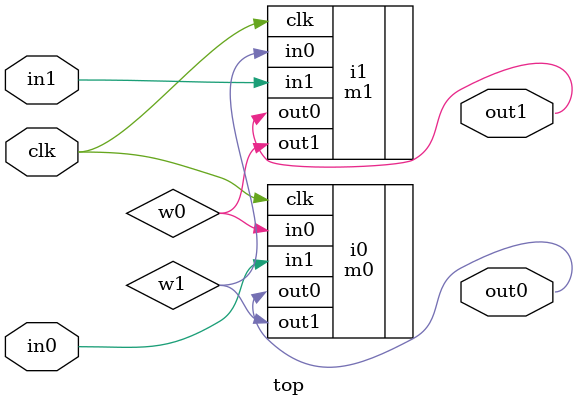
<source format=v>
module top (
clk,
in0,
in1,
out0,
out1
);

input clk;
input in0;
input in1;
output out0;
output out1;

wire w0;
m0 i0 (.clk(clk), .in0(w0),.in1(in0), .out0(out0),.out1(w1));
m1 #(77) i1 (
.clk(clk), .in0(w1),.in1(in1), .out0(out1),.out1(w0)
);
endmodule

</source>
